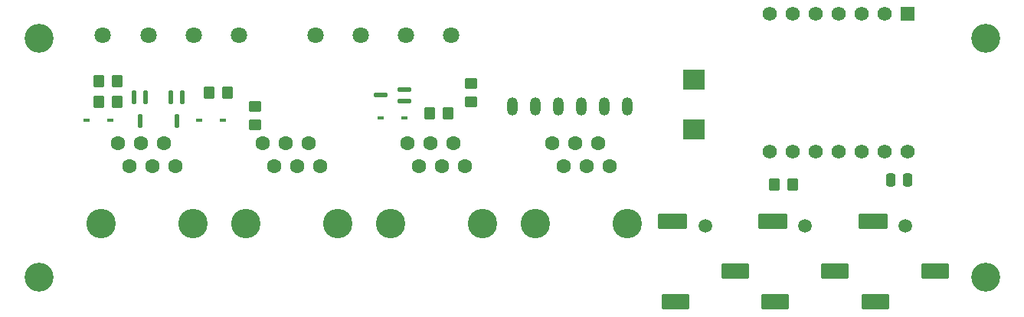
<source format=gbr>
%TF.GenerationSoftware,KiCad,Pcbnew,9.0.1*%
%TF.CreationDate,2025-04-18T12:39:12-07:00*%
%TF.ProjectId,Greenhouse Board,47726565-6e68-46f7-9573-6520426f6172,rev?*%
%TF.SameCoordinates,Original*%
%TF.FileFunction,Soldermask,Top*%
%TF.FilePolarity,Negative*%
%FSLAX46Y46*%
G04 Gerber Fmt 4.6, Leading zero omitted, Abs format (unit mm)*
G04 Created by KiCad (PCBNEW 9.0.1) date 2025-04-18 12:39:12*
%MOMM*%
%LPD*%
G01*
G04 APERTURE LIST*
G04 Aperture macros list*
%AMRoundRect*
0 Rectangle with rounded corners*
0 $1 Rounding radius*
0 $2 $3 $4 $5 $6 $7 $8 $9 X,Y pos of 4 corners*
0 Add a 4 corners polygon primitive as box body*
4,1,4,$2,$3,$4,$5,$6,$7,$8,$9,$2,$3,0*
0 Add four circle primitives for the rounded corners*
1,1,$1+$1,$2,$3*
1,1,$1+$1,$4,$5*
1,1,$1+$1,$6,$7*
1,1,$1+$1,$8,$9*
0 Add four rect primitives between the rounded corners*
20,1,$1+$1,$2,$3,$4,$5,0*
20,1,$1+$1,$4,$5,$6,$7,0*
20,1,$1+$1,$6,$7,$8,$9,0*
20,1,$1+$1,$8,$9,$2,$3,0*%
G04 Aperture macros list end*
%ADD10RoundRect,0.102000X-0.679000X0.679000X-0.679000X-0.679000X0.679000X-0.679000X0.679000X0.679000X0*%
%ADD11C,1.562000*%
%ADD12C,3.200000*%
%ADD13C,3.250000*%
%ADD14C,1.600000*%
%ADD15RoundRect,0.250000X-0.350000X-0.450000X0.350000X-0.450000X0.350000X0.450000X-0.350000X0.450000X0*%
%ADD16RoundRect,0.112500X0.112500X0.637500X-0.112500X0.637500X-0.112500X-0.637500X0.112500X-0.637500X0*%
%ADD17RoundRect,0.250000X0.250000X0.475000X-0.250000X0.475000X-0.250000X-0.475000X0.250000X-0.475000X0*%
%ADD18R,0.800100X0.355600*%
%ADD19O,1.200000X2.000000*%
%ADD20RoundRect,0.250000X0.350000X0.450000X-0.350000X0.450000X-0.350000X-0.450000X0.350000X-0.450000X0*%
%ADD21C,1.803400*%
%ADD22RoundRect,0.250000X-0.450000X0.350000X-0.450000X-0.350000X0.450000X-0.350000X0.450000X0.350000X0*%
%ADD23C,1.500000*%
%ADD24RoundRect,0.102000X1.400000X-0.750000X1.400000X0.750000X-1.400000X0.750000X-1.400000X-0.750000X0*%
%ADD25RoundRect,0.102000X1.500000X-0.750000X1.500000X0.750000X-1.500000X0.750000X-1.500000X-0.750000X0*%
%ADD26RoundRect,0.250000X0.450000X-0.350000X0.450000X0.350000X-0.450000X0.350000X-0.450000X-0.350000X0*%
%ADD27R,2.489200X2.260600*%
%ADD28RoundRect,0.112500X0.637500X-0.112500X0.637500X0.112500X-0.637500X0.112500X-0.637500X-0.112500X0*%
G04 APERTURE END LIST*
D10*
%TO.C,U1*%
X196138800Y-79908400D03*
D11*
X193598800Y-79908400D03*
X191058800Y-79908400D03*
X188518800Y-79908400D03*
X185978800Y-79908400D03*
X183438800Y-79908400D03*
X180898800Y-79908400D03*
X180898800Y-95148400D03*
X183438800Y-95148400D03*
X185978800Y-95148400D03*
X188518800Y-95148400D03*
X191058800Y-95148400D03*
X193598800Y-95148400D03*
X196138800Y-95148400D03*
%TD*%
D12*
%TO.C,H4*%
X100076000Y-108966000D03*
%TD*%
%TO.C,H3*%
X100076000Y-82550000D03*
%TD*%
%TO.C,H2*%
X204724000Y-108966000D03*
%TD*%
%TO.C,H1*%
X204724000Y-82550000D03*
%TD*%
D13*
%TO.C,J5*%
X165100000Y-103085900D03*
X154940000Y-103085900D03*
D14*
X163195000Y-96735900D03*
X161925000Y-94195900D03*
X160655000Y-96735900D03*
X159385000Y-94195900D03*
X158115000Y-96735900D03*
X156845000Y-94195900D03*
%TD*%
D15*
%TO.C,R1*%
X106696000Y-87337900D03*
X108696000Y-87337900D03*
%TD*%
D16*
%TO.C,Q2*%
X111902000Y-89055900D03*
X110602000Y-89055900D03*
X111252000Y-91715900D03*
%TD*%
D17*
%TO.C,C3*%
X196130649Y-98241294D03*
X194230649Y-98241294D03*
%TD*%
D18*
%TO.C,D1*%
X140493750Y-91401900D03*
X137890250Y-91401900D03*
%TD*%
D19*
%TO.C,U2*%
X162560000Y-90131900D03*
X165100000Y-90131900D03*
X157480000Y-90131900D03*
X160020000Y-90131900D03*
X152400000Y-90131900D03*
X154940000Y-90131900D03*
%TD*%
D20*
%TO.C,R4*%
X120888000Y-88607900D03*
X118888000Y-88607900D03*
%TD*%
D21*
%TO.C,J1*%
X122163100Y-82236500D03*
X117163100Y-82236500D03*
X112163100Y-82236500D03*
X107163099Y-82236500D03*
%TD*%
D22*
%TO.C,R3*%
X123952000Y-90147900D03*
X123952000Y-92147900D03*
%TD*%
D21*
%TO.C,J6*%
X145636000Y-82236500D03*
X140636000Y-82236500D03*
X135636000Y-82236500D03*
X130635999Y-82236500D03*
%TD*%
D23*
%TO.C,J9*%
X184803835Y-103307255D03*
D24*
X181503835Y-111707255D03*
D25*
X181203835Y-102807255D03*
D24*
X188103835Y-108307255D03*
%TD*%
D23*
%TO.C,J7*%
X195870546Y-103307255D03*
D24*
X192570546Y-111707255D03*
D25*
X192270546Y-102807255D03*
D24*
X199170546Y-108307255D03*
%TD*%
D13*
%TO.C,J4*%
X149092000Y-103085900D03*
X138932000Y-103085900D03*
D14*
X147187000Y-96735900D03*
X145917000Y-94195900D03*
X144647000Y-96735900D03*
X143377000Y-94195900D03*
X142107000Y-96735900D03*
X140837000Y-94195900D03*
%TD*%
D13*
%TO.C,J2*%
X117088000Y-103085900D03*
X106928000Y-103085900D03*
D14*
X115183000Y-96735900D03*
X113913000Y-94195900D03*
X112643000Y-96735900D03*
X111373000Y-94195900D03*
X110103000Y-96735900D03*
X108833000Y-94195900D03*
%TD*%
D13*
%TO.C,J3*%
X133090000Y-103085900D03*
X122930000Y-103085900D03*
D14*
X131185000Y-96735900D03*
X129915000Y-94195900D03*
X128645000Y-96735900D03*
X127375000Y-94195900D03*
X126105000Y-96735900D03*
X124835000Y-94195900D03*
%TD*%
D16*
%TO.C,Q1*%
X115966000Y-89055900D03*
X114666000Y-89055900D03*
X115316000Y-91715900D03*
%TD*%
D26*
%TO.C,R5*%
X147828000Y-89607900D03*
X147828000Y-87607900D03*
%TD*%
D15*
%TO.C,R9*%
X181388000Y-98767900D03*
X183388000Y-98767900D03*
%TD*%
D18*
%TO.C,D3*%
X105378250Y-91655900D03*
X107981750Y-91655900D03*
%TD*%
D27*
%TO.C,C2*%
X172466000Y-87109300D03*
X172466000Y-92646500D03*
%TD*%
D18*
%TO.C,D2*%
X120427750Y-91655900D03*
X117824250Y-91655900D03*
%TD*%
D15*
%TO.C,R2*%
X106712000Y-89623900D03*
X108712000Y-89623900D03*
%TD*%
D23*
%TO.C,J8*%
X173738823Y-103307255D03*
D24*
X170438823Y-111707255D03*
D25*
X170138823Y-102807255D03*
D24*
X177038823Y-108307255D03*
%TD*%
D20*
%TO.C,R6*%
X145272000Y-90893900D03*
X143272000Y-90893900D03*
%TD*%
D28*
%TO.C,Q3*%
X140522000Y-89511900D03*
X140522000Y-88211900D03*
X137862000Y-88861900D03*
%TD*%
M02*

</source>
